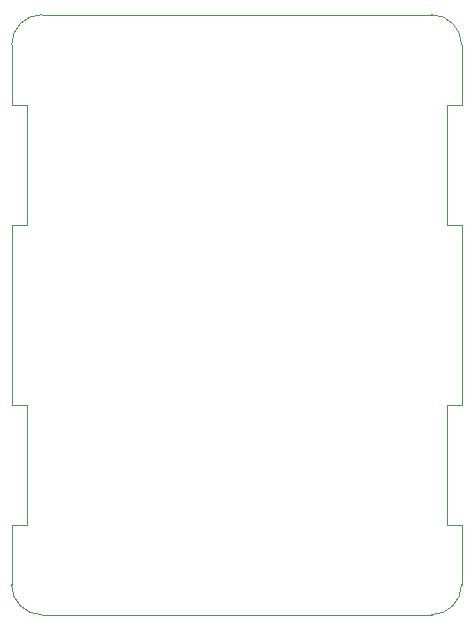
<source format=gbr>
G04 #@! TF.GenerationSoftware,KiCad,Pcbnew,(5.1.5)-3*
G04 #@! TF.CreationDate,2020-02-21T12:08:19+01:00*
G04 #@! TF.ProjectId,acmp_test_fixture,61636d70-5f74-4657-9374-5f6669787475,rev?*
G04 #@! TF.SameCoordinates,Original*
G04 #@! TF.FileFunction,Profile,NP*
%FSLAX46Y46*%
G04 Gerber Fmt 4.6, Leading zero omitted, Abs format (unit mm)*
G04 Created by KiCad (PCBNEW (5.1.5)-3) date 2020-02-21 12:08:19*
%MOMM*%
%LPD*%
G04 APERTURE LIST*
%ADD10C,0.050000*%
G04 APERTURE END LIST*
D10*
X2540000Y0D02*
X35560000Y0D01*
X2540000Y50800000D02*
X35560000Y50800000D01*
X0Y7620000D02*
X0Y2540000D01*
X1270000Y7620000D02*
X0Y7620000D01*
X1270000Y17780000D02*
X1270000Y7620000D01*
X0Y17780000D02*
X1270000Y17780000D01*
X0Y33020000D02*
X0Y17780000D01*
X1270000Y33020000D02*
X0Y33020000D01*
X1270000Y43180000D02*
X1270000Y33020000D01*
X0Y43180000D02*
X1270000Y43180000D01*
X0Y48260000D02*
X0Y43180000D01*
X38100000Y7620000D02*
X38100000Y2540000D01*
X36830000Y7620000D02*
X38100000Y7620000D01*
X36830000Y17780000D02*
X36830000Y7620000D01*
X38100000Y17780000D02*
X36830000Y17780000D01*
X38100000Y33020000D02*
X38100000Y17780000D01*
X36830000Y33020000D02*
X38100000Y33020000D01*
X36830000Y43180000D02*
X36830000Y33020000D01*
X38100000Y43180000D02*
X36830000Y43180000D01*
X38100000Y48260000D02*
X38100000Y43180000D01*
X2540000Y0D02*
G75*
G02X0Y2540000I0J2540000D01*
G01*
X38100000Y2540000D02*
G75*
G02X35560000Y0I-2540000J0D01*
G01*
X35560000Y50800000D02*
G75*
G02X38100000Y48260000I0J-2540000D01*
G01*
X0Y48260000D02*
G75*
G02X2540000Y50800000I2540000J0D01*
G01*
M02*

</source>
